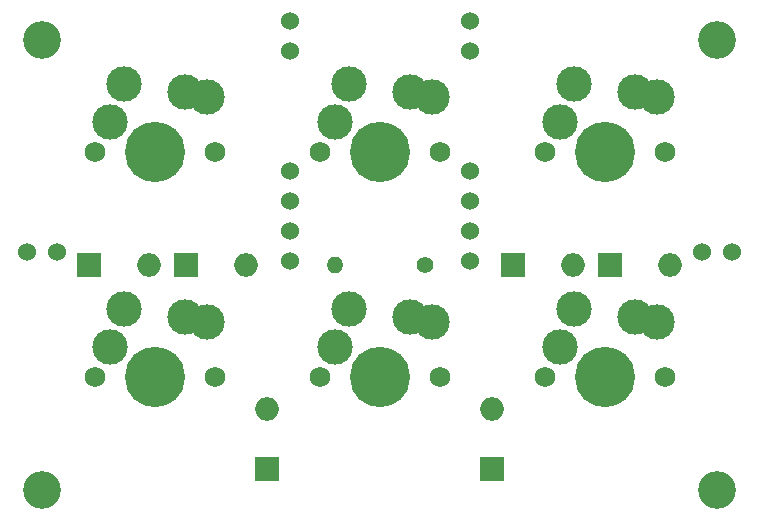
<source format=gts>
%TF.GenerationSoftware,KiCad,Pcbnew,(6.0.2)*%
%TF.CreationDate,2022-08-23T14:49:27-07:00*%
%TF.ProjectId,minipad,6d696e69-7061-4642-9e6b-696361645f70,rev?*%
%TF.SameCoordinates,Original*%
%TF.FileFunction,Soldermask,Top*%
%TF.FilePolarity,Negative*%
%FSLAX46Y46*%
G04 Gerber Fmt 4.6, Leading zero omitted, Abs format (unit mm)*
G04 Created by KiCad (PCBNEW (6.0.2)) date 2022-08-23 14:49:27*
%MOMM*%
%LPD*%
G01*
G04 APERTURE LIST*
%ADD10C,3.000000*%
%ADD11C,5.100000*%
%ADD12C,1.750000*%
%ADD13C,3.200000*%
%ADD14R,2.000000X2.000000*%
%ADD15O,2.000000X2.000000*%
%ADD16C,1.524000*%
%ADD17C,1.400000*%
%ADD18O,1.400000X1.400000*%
G04 APERTURE END LIST*
D10*
%TO.C,SW4*%
X202168298Y-148074189D03*
D11*
X205978298Y-150614189D03*
D12*
X200898298Y-150614189D03*
D10*
X210378298Y-145914189D03*
X203378298Y-144864189D03*
D12*
X211058298Y-150614189D03*
D10*
X208518298Y-145534189D03*
%TD*%
%TO.C,SW3*%
X240268330Y-129024173D03*
D11*
X244078330Y-131564173D03*
D12*
X238998330Y-131564173D03*
D10*
X248478330Y-126864173D03*
X241478330Y-125814173D03*
D12*
X249158330Y-131564173D03*
D10*
X246618330Y-126484173D03*
%TD*%
%TO.C,SW2*%
X221218314Y-129024173D03*
D11*
X225028314Y-131564173D03*
D12*
X219948314Y-131564173D03*
D10*
X229428314Y-126864173D03*
X222428314Y-125814173D03*
D12*
X230108314Y-131564173D03*
D10*
X227568314Y-126484173D03*
%TD*%
%TO.C,SW6*%
X240268330Y-148074189D03*
D11*
X244078330Y-150614189D03*
D12*
X238998330Y-150614189D03*
D10*
X248478330Y-145914189D03*
X241478330Y-144864189D03*
D12*
X249158330Y-150614189D03*
D10*
X246618330Y-145534189D03*
%TD*%
%TO.C,SW1*%
X202168298Y-129024173D03*
D11*
X205978298Y-131564173D03*
D12*
X200898298Y-131564173D03*
D10*
X210378298Y-126864173D03*
X203378298Y-125814173D03*
D12*
X211058298Y-131564173D03*
D10*
X208518298Y-126484173D03*
%TD*%
%TO.C,SW5*%
X221218314Y-148074189D03*
D11*
X225028314Y-150614189D03*
D12*
X219948314Y-150614189D03*
D10*
X229428314Y-145914189D03*
X222428314Y-144864189D03*
D12*
X230108314Y-150614189D03*
D10*
X227568314Y-145534189D03*
%TD*%
D13*
%TO.C,REF\u002A\u002A*%
X253603338Y-160139197D03*
%TD*%
D14*
%TO.C,D4*%
X215503306Y-158353258D03*
D15*
X215503306Y-153273258D03*
%TD*%
D14*
%TO.C,D5*%
X234553322Y-158353258D03*
D15*
X234553322Y-153273258D03*
%TD*%
D16*
%TO.C,C2*%
X197723290Y-140015364D03*
X195183290Y-140015364D03*
%TD*%
D13*
%TO.C,REF\u002A\u002A*%
X196453290Y-160139197D03*
%TD*%
D14*
%TO.C,D3*%
X236339261Y-141089181D03*
D15*
X241419261Y-141089181D03*
%TD*%
D14*
%TO.C,D1*%
X200461733Y-141089181D03*
D15*
X205541733Y-141089181D03*
%TD*%
D14*
%TO.C,D6*%
X244514895Y-141089181D03*
D15*
X249594895Y-141089181D03*
%TD*%
D17*
%TO.C,R1*%
X228838314Y-141089181D03*
D18*
X221218314Y-141089181D03*
%TD*%
D14*
%TO.C,D2*%
X208637367Y-141089181D03*
D15*
X213717367Y-141089181D03*
%TD*%
D13*
%TO.C,REF\u002A\u002A*%
X253603338Y-122039165D03*
%TD*%
%TO.C,REF\u002A\u002A*%
X196453290Y-122039165D03*
%TD*%
D16*
%TO.C,U1*%
X232648314Y-120454165D03*
X232648314Y-122994165D03*
X232648314Y-133154165D03*
X232648314Y-135694165D03*
X232648314Y-138234165D03*
X232648314Y-140774165D03*
X217408314Y-140774165D03*
X217408314Y-138234165D03*
X217408314Y-135694165D03*
X217408314Y-133154165D03*
X217408314Y-122994165D03*
X217408314Y-120454165D03*
%TD*%
%TO.C,C1*%
X252333338Y-140015364D03*
X254873338Y-140015364D03*
%TD*%
M02*

</source>
